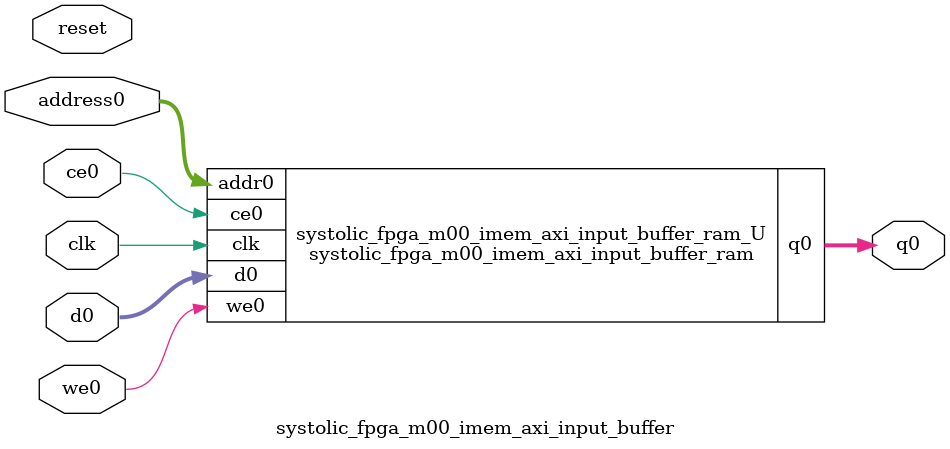
<source format=v>
`timescale 1 ns / 1 ps
module systolic_fpga_m00_imem_axi_input_buffer_ram (addr0, ce0, d0, we0, q0,  clk);

parameter DWIDTH = 32;
parameter AWIDTH = 13;
parameter MEM_SIZE = 8192;

input[AWIDTH-1:0] addr0;
input ce0;
input[DWIDTH-1:0] d0;
input we0;
output reg[DWIDTH-1:0] q0;
input clk;

reg [DWIDTH-1:0] ram[0:MEM_SIZE-1];




always @(posedge clk)  
begin 
    if (ce0) begin
        if (we0) 
            ram[addr0] <= d0; 
        q0 <= ram[addr0];
    end
end


endmodule

`timescale 1 ns / 1 ps
module systolic_fpga_m00_imem_axi_input_buffer(
    reset,
    clk,
    address0,
    ce0,
    we0,
    d0,
    q0);

parameter DataWidth = 32'd32;
parameter AddressRange = 32'd8192;
parameter AddressWidth = 32'd13;
input reset;
input clk;
input[AddressWidth - 1:0] address0;
input ce0;
input we0;
input[DataWidth - 1:0] d0;
output[DataWidth - 1:0] q0;



systolic_fpga_m00_imem_axi_input_buffer_ram systolic_fpga_m00_imem_axi_input_buffer_ram_U(
    .clk( clk ),
    .addr0( address0 ),
    .ce0( ce0 ),
    .we0( we0 ),
    .d0( d0 ),
    .q0( q0 ));

endmodule


</source>
